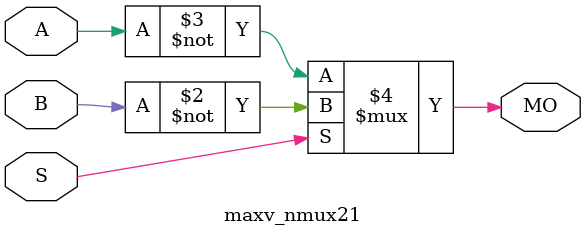
<source format=v>
module maxv_nmux21 (MO, A, B, S);
   input A, B, S; 
   output MO; 
   assign MO = (S == 1) ? ~B : ~A; 
endmodule
</source>
